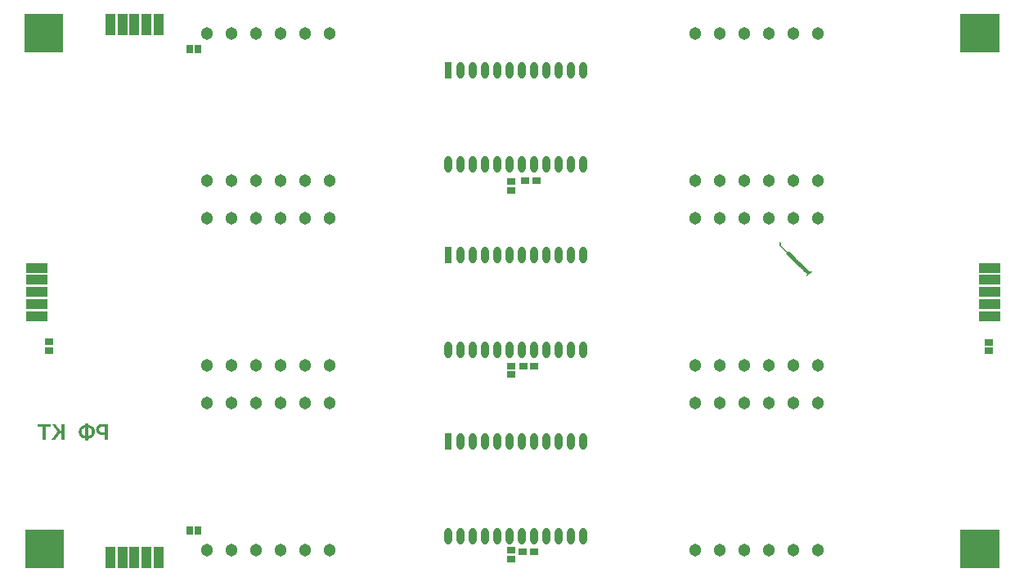
<source format=gbr>
%TF.GenerationSoftware,Altium Limited,Altium Designer,21.8.1 (53)*%
G04 Layer_Color=16711935*
%FSLAX45Y45*%
%MOMM*%
%TF.SameCoordinates,046F884E-5673-4B57-908A-D09F833A34A9*%
%TF.FilePolarity,Negative*%
%TF.FileFunction,Soldermask,Bot*%
%TF.Part,Single*%
G01*
G75*
%TA.AperFunction,SMDPad,CuDef*%
%ADD27R,0.84320X0.80320*%
%ADD28R,0.95320X0.80320*%
%ADD29O,0.80320X1.70320*%
%ADD30R,0.80320X1.70320*%
%ADD31R,0.80320X0.84320*%
%ADD32R,0.84320X0.70320*%
%TA.AperFunction,ConnectorPad*%
%ADD33R,2.20320X1.00320*%
%ADD34R,1.00320X2.20320*%
%TA.AperFunction,ComponentPad*%
%ADD35C,1.30320*%
%TA.AperFunction,ViaPad*%
%ADD36C,3.20320*%
G36*
X8510000Y11330000D02*
X8110000D01*
Y11730000D01*
X8510000D01*
Y11330000D01*
D02*
G37*
G36*
X8522677Y7476724D02*
X8525246D01*
Y7353383D01*
Y7350814D01*
Y7319979D01*
X8491842D01*
Y7322548D01*
X8494411D01*
Y7384218D01*
X8476424D01*
Y7381649D01*
X8473855D01*
Y7379079D01*
X8471285D01*
Y7376510D01*
X8468715D01*
Y7371371D01*
X8466146D01*
Y7368801D01*
X8463576D01*
Y7366231D01*
X8461006D01*
Y7361092D01*
X8455867D01*
Y7355953D01*
X8453298D01*
Y7353383D01*
X8450728D01*
Y7348244D01*
X8448159D01*
Y7345675D01*
X8445589D01*
Y7343105D01*
X8443019D01*
Y7337966D01*
X8437880D01*
Y7332827D01*
X8435311D01*
Y7330257D01*
X8432741D01*
Y7325118D01*
X8430171D01*
Y7322548D01*
X8427602D01*
Y7319979D01*
X8391628D01*
Y7322548D01*
X8394197D01*
Y7325118D01*
X8396767D01*
Y7327687D01*
X8399336D01*
Y7330257D01*
X8401906D01*
Y7335396D01*
X8404475D01*
Y7337966D01*
X8407045D01*
Y7340535D01*
X8409615D01*
Y7345675D01*
X8412184D01*
Y7348244D01*
X8414754D01*
Y7350814D01*
X8417324D01*
Y7353383D01*
X8419893D01*
Y7358522D01*
X8422463D01*
Y7361092D01*
X8425032D01*
Y7366231D01*
X8427602D01*
Y7368801D01*
X8430171D01*
Y7371371D01*
X8432741D01*
Y7376510D01*
X8435311D01*
Y7379079D01*
X8437880D01*
Y7381649D01*
X8440450D01*
Y7384218D01*
X8443019D01*
Y7389358D01*
X8445589D01*
Y7391927D01*
X8448159D01*
Y7394497D01*
X8450728D01*
Y7399636D01*
X8453298D01*
Y7404775D01*
X8450728D01*
Y7407345D01*
X8448159D01*
Y7412484D01*
X8445589D01*
Y7415054D01*
X8443019D01*
Y7417623D01*
X8440450D01*
Y7420193D01*
X8437880D01*
Y7425332D01*
X8435311D01*
Y7427902D01*
X8432741D01*
Y7433041D01*
X8430171D01*
Y7435610D01*
X8427602D01*
Y7438180D01*
X8425032D01*
Y7443319D01*
X8422463D01*
Y7445889D01*
X8419893D01*
Y7451028D01*
X8417324D01*
Y7453597D01*
X8414754D01*
Y7456167D01*
X8412184D01*
Y7461306D01*
X8409615D01*
Y7463876D01*
X8407045D01*
Y7466446D01*
X8404475D01*
Y7471585D01*
X8401906D01*
Y7474154D01*
X8399336D01*
Y7476724D01*
X8396767D01*
Y7479293D01*
X8432741D01*
Y7476724D01*
X8435311D01*
Y7471585D01*
X8437880D01*
Y7469015D01*
X8440450D01*
Y7466446D01*
X8443019D01*
Y7461306D01*
X8445589D01*
Y7458737D01*
X8448159D01*
Y7456167D01*
X8450728D01*
Y7451028D01*
X8453298D01*
Y7448458D01*
X8455867D01*
Y7443319D01*
X8458437D01*
Y7440750D01*
X8461006D01*
Y7438180D01*
X8463576D01*
Y7433041D01*
X8466146D01*
Y7430471D01*
X8468715D01*
Y7427902D01*
X8471285D01*
Y7422762D01*
X8473855D01*
Y7420193D01*
X8476424D01*
Y7417623D01*
X8478994D01*
Y7412484D01*
X8491842D01*
Y7415054D01*
X8494411D01*
Y7479293D01*
X8522677D01*
Y7476724D01*
D02*
G37*
G36*
X8383919Y7451028D02*
X8332527D01*
Y7319979D01*
X8301692D01*
Y7451028D01*
X8252869D01*
Y7453597D01*
X8250300D01*
Y7479293D01*
X8383919D01*
Y7451028D01*
D02*
G37*
G36*
X8520000Y5990000D02*
X8120000D01*
Y6390000D01*
X8520000D01*
Y5990000D01*
D02*
G37*
G36*
X8771927Y7471585D02*
X8779636D01*
Y7469015D01*
X8789914D01*
Y7466446D01*
X8797623D01*
Y7463876D01*
X8802762D01*
Y7461306D01*
X8807902D01*
Y7458737D01*
X8813041D01*
Y7456167D01*
X8815610D01*
Y7453597D01*
X8818180D01*
Y7451028D01*
X8820749D01*
Y7448458D01*
X8823319D01*
Y7445889D01*
X8825889D01*
Y7443319D01*
X8828458D01*
Y7438180D01*
X8831028D01*
Y7433041D01*
X8833598D01*
Y7425332D01*
X8836167D01*
Y7415054D01*
X8838737D01*
Y7412484D01*
Y7384218D01*
X8836167D01*
Y7376510D01*
X8833598D01*
Y7368801D01*
X8831028D01*
Y7363662D01*
X8828458D01*
Y7361092D01*
X8825889D01*
Y7355953D01*
X8823319D01*
Y7353383D01*
X8820749D01*
Y7350814D01*
X8818180D01*
Y7348244D01*
X8815610D01*
Y7345675D01*
X8813041D01*
Y7343105D01*
X8805332D01*
Y7340535D01*
X8802762D01*
Y7337966D01*
X8795054D01*
Y7335396D01*
X8787345D01*
Y7332827D01*
X8777067D01*
Y7330257D01*
X8771927D01*
Y7312270D01*
X8741092D01*
Y7330257D01*
X8738523D01*
Y7332827D01*
X8723105D01*
Y7335396D01*
X8717966D01*
Y7337966D01*
X8710257D01*
Y7340535D01*
X8707687D01*
Y7343105D01*
X8699979D01*
Y7345675D01*
X8697409D01*
Y7348244D01*
X8694840D01*
Y7350814D01*
X8692270D01*
Y7353383D01*
X8689700D01*
Y7355953D01*
X8687131D01*
Y7361092D01*
X8684561D01*
Y7363662D01*
X8681992D01*
Y7368801D01*
X8679422D01*
Y7376510D01*
X8676852D01*
Y7389358D01*
X8674283D01*
Y7412484D01*
X8676852D01*
Y7425332D01*
X8679422D01*
Y7433041D01*
X8681992D01*
Y7438180D01*
X8684561D01*
Y7443319D01*
X8687131D01*
Y7445889D01*
X8689700D01*
Y7448458D01*
X8692270D01*
Y7451028D01*
X8694840D01*
Y7453597D01*
X8697409D01*
Y7456167D01*
X8699979D01*
Y7458737D01*
X8705118D01*
Y7461306D01*
X8710257D01*
Y7463876D01*
X8715396D01*
Y7466446D01*
X8723105D01*
Y7469015D01*
X8733383D01*
Y7471585D01*
X8741092D01*
Y7492141D01*
X8771927D01*
Y7471585D01*
D02*
G37*
G36*
X8969786Y7476724D02*
X8972355D01*
Y7404775D01*
Y7402206D01*
Y7319979D01*
X8938951D01*
Y7371371D01*
X8895268D01*
Y7373940D01*
X8887559D01*
Y7376510D01*
X8879850D01*
Y7379079D01*
X8877281D01*
Y7381649D01*
X8872142D01*
Y7384218D01*
X8869572D01*
Y7386788D01*
X8867002D01*
Y7389358D01*
X8864433D01*
Y7391927D01*
X8861863D01*
Y7397066D01*
X8859293D01*
Y7402206D01*
X8856724D01*
Y7407345D01*
X8854154D01*
Y7422762D01*
X8851585D01*
Y7430471D01*
X8854154D01*
Y7443319D01*
X8856724D01*
Y7448458D01*
X8859293D01*
Y7453597D01*
X8861863D01*
Y7458737D01*
X8864433D01*
Y7461306D01*
X8867002D01*
Y7463876D01*
X8869572D01*
Y7466446D01*
X8872142D01*
Y7469015D01*
X8874711D01*
Y7471585D01*
X8879850D01*
Y7474154D01*
X8884989D01*
Y7476724D01*
X8892698D01*
Y7479293D01*
X8969786D01*
Y7476724D01*
D02*
G37*
G36*
X16043456Y9196965D02*
X16043108Y9197313D01*
X16042644Y9197545D01*
X16040326Y9199168D01*
X16039862Y9199399D01*
X16038586Y9200443D01*
X16037776Y9201022D01*
X16037080Y9201717D01*
X16036617Y9201949D01*
X16036269Y9202297D01*
X16036153Y9202645D01*
X16035690Y9202877D01*
X16035110Y9203456D01*
X16034995Y9203804D01*
X16034531Y9204036D01*
X16033951Y9204847D01*
X16033603Y9205195D01*
X16033139Y9205427D01*
X16032677Y9206122D01*
X16032211Y9206354D01*
X16023402Y9215163D01*
X16022939Y9215395D01*
X16022707Y9215859D01*
X16022244Y9216091D01*
X16019926Y9218409D01*
X16019463Y9218641D01*
X16017143Y9220959D01*
X16016679Y9221191D01*
X16016100Y9221770D01*
X16015984Y9222118D01*
X16015521Y9222350D01*
X16013666Y9224205D01*
X16013203Y9224436D01*
X16012740Y9225132D01*
X16012276Y9225364D01*
X16010422Y9227218D01*
X16009956Y9227450D01*
X16009377Y9228261D01*
X16008566Y9228841D01*
X16006480Y9230927D01*
X16006133Y9231043D01*
X16006017Y9231391D01*
X16005553Y9231623D01*
X16005205Y9231971D01*
X16004973Y9232434D01*
X16003931Y9233477D01*
X16003465Y9233709D01*
X16000916Y9236259D01*
X16000452Y9236491D01*
X15999525Y9237418D01*
X15999062Y9237650D01*
X15998714Y9237998D01*
X15998482Y9238462D01*
X15996510Y9240432D01*
X15996048Y9240664D01*
X15995004Y9241707D01*
X15994888Y9242055D01*
X15994424Y9242287D01*
X15993845Y9242866D01*
X15993613Y9243330D01*
X15992802Y9244141D01*
X15992339Y9244373D01*
X15991295Y9245416D01*
X15991527Y9246575D01*
X15992107Y9247155D01*
X15993266Y9247850D01*
X15997208Y9250632D01*
X15997670Y9250864D01*
X15998134Y9251328D01*
X15998598Y9251560D01*
X16001495Y9253530D01*
X16001959Y9254457D01*
X16001263Y9255616D01*
X16000916Y9255964D01*
X16000452Y9256196D01*
X15994888Y9261760D01*
X15994540Y9261876D01*
X15994308Y9262339D01*
X15991875Y9264774D01*
X15991411Y9265005D01*
X15990833Y9265585D01*
X15990601Y9266049D01*
X15989093Y9267556D01*
X15988629Y9267787D01*
X15988399Y9268251D01*
X15987933Y9268483D01*
X15985036Y9271380D01*
X15984920Y9271728D01*
X15984456Y9271960D01*
X15980284Y9276133D01*
X15979936Y9276249D01*
X15979704Y9276712D01*
X15976575Y9279842D01*
X15976111Y9280074D01*
X15975069Y9281117D01*
X15974837Y9281581D01*
X15974023Y9282160D01*
X15967186Y9288999D01*
X15967070Y9289347D01*
X15966606Y9289579D01*
X15965215Y9290970D01*
X15964751Y9291201D01*
X15964172Y9291781D01*
X15963940Y9292245D01*
X15963013Y9293172D01*
X15962781Y9293636D01*
X15959537Y9296881D01*
X15959419Y9297229D01*
X15958955Y9297461D01*
X15958376Y9298040D01*
X15958145Y9298504D01*
X15954552Y9302097D01*
X15954204Y9302213D01*
X15953972Y9302677D01*
X15953624Y9303025D01*
X15953160Y9303256D01*
X15950958Y9305459D01*
X15950726Y9305922D01*
X15950146Y9306502D01*
X15949683Y9306734D01*
X15946437Y9309979D01*
X15945975Y9310211D01*
X15944351Y9311834D01*
X15943887Y9312066D01*
X15942496Y9313457D01*
X15942033Y9313688D01*
X15941685Y9314036D01*
X15941454Y9314500D01*
X15940410Y9315543D01*
X15939946Y9315775D01*
X15939368Y9316354D01*
X15939136Y9316818D01*
X15938322Y9317629D01*
X15937860Y9317861D01*
X15936932Y9318789D01*
X15936584Y9318904D01*
X15936353Y9319368D01*
X15934846Y9320875D01*
X15934383Y9321107D01*
X15933803Y9321686D01*
X15933687Y9322034D01*
X15933223Y9322266D01*
X15929977Y9325511D01*
X15929514Y9325743D01*
X15928935Y9326323D01*
X15928703Y9326787D01*
X15928008Y9327482D01*
X15927544Y9328641D01*
X15927312Y9331423D01*
X15927080Y9332118D01*
X15926617Y9334900D01*
X15926270Y9340348D01*
X15926038Y9344289D01*
X15925574Y9346607D01*
X15925342Y9348462D01*
X15924878Y9355185D01*
X15924646Y9358894D01*
X15924414Y9359821D01*
X15924182Y9361212D01*
X15924066Y9362024D01*
X15924298Y9362719D01*
X15924066Y9365733D01*
X15923836Y9366660D01*
X15923602Y9370369D01*
X15923370Y9371065D01*
X15923138Y9374310D01*
X15922906Y9375006D01*
X15923138Y9378715D01*
X15923718Y9378831D01*
X15926385Y9376165D01*
X15926617Y9375701D01*
X15927428Y9375122D01*
X15931369Y9371181D01*
X15931831Y9370949D01*
X15932179Y9370601D01*
X15932413Y9370137D01*
X15932761Y9369790D01*
X15933223Y9369558D01*
X15934267Y9368515D01*
X15934499Y9368051D01*
X15934846Y9367703D01*
X15935310Y9367471D01*
X15936121Y9366660D01*
X15936353Y9366196D01*
X15936932Y9365617D01*
X15937396Y9365385D01*
X15938208Y9364574D01*
X15938670Y9363415D01*
X15938902Y9359242D01*
X15939368Y9358083D01*
X15939600Y9355069D01*
X15940062Y9350432D01*
X15940294Y9349737D01*
X15940526Y9345564D01*
X15940758Y9344869D01*
X15940990Y9340464D01*
X15941685Y9337682D01*
X15941917Y9333046D01*
X15943076Y9330959D01*
X15943771Y9330264D01*
X15944003Y9329800D01*
X15944467Y9329336D01*
X15944699Y9328873D01*
X15946207Y9327366D01*
X15946669Y9327134D01*
X15948756Y9325511D01*
X15951884Y9322382D01*
X15952116Y9321918D01*
X15952464Y9321338D01*
X15952928Y9321107D01*
X15954204Y9320064D01*
X15954552Y9319716D01*
X15955016Y9319484D01*
X15955942Y9318557D01*
X15956406Y9318325D01*
X15957101Y9317629D01*
X15957565Y9317398D01*
X15957913Y9317050D01*
X15958145Y9316586D01*
X15958723Y9316007D01*
X15959187Y9315775D01*
X15959767Y9314963D01*
X15961041Y9313688D01*
X15961391Y9313572D01*
X15961623Y9313109D01*
X15962549Y9312182D01*
X15962781Y9311718D01*
X15963708Y9310095D01*
X15965099Y9309168D01*
X15965678Y9308588D01*
X15966142Y9308357D01*
X15967648Y9306850D01*
X15967880Y9306386D01*
X15968692Y9305806D01*
X15969736Y9304763D01*
X15969968Y9304299D01*
X15970779Y9303720D01*
X15971822Y9302677D01*
X15972054Y9302213D01*
X15972865Y9301634D01*
X15974719Y9299779D01*
X15975069Y9299663D01*
X15975301Y9299199D01*
X15982602Y9291897D01*
X15983066Y9291665D01*
X15991643Y9283088D01*
X15992107Y9282856D01*
X15992686Y9282044D01*
X15993498Y9281465D01*
X15994308Y9280654D01*
X15994540Y9280190D01*
X15995120Y9279610D01*
X15995584Y9279378D01*
X16000105Y9274858D01*
X16000220Y9274510D01*
X16000684Y9274278D01*
X16004163Y9270801D01*
X16004625Y9270569D01*
X16006364Y9268831D01*
X16006596Y9268367D01*
X16007407Y9267556D01*
X16007870Y9267324D01*
X16009840Y9265353D01*
X16010072Y9264890D01*
X16010884Y9264310D01*
X16011232Y9263962D01*
X16011464Y9263499D01*
X16012856Y9262571D01*
X16013203Y9262224D01*
X16014362Y9262455D01*
X16015984Y9263614D01*
X16016447Y9263846D01*
X16018765Y9265469D01*
X16019231Y9265701D01*
X16019695Y9266165D01*
X16020853Y9266860D01*
X16025722Y9270337D01*
X16026186Y9270569D01*
X16026880Y9270801D01*
X16028040Y9270569D01*
X16034415Y9264194D01*
X16034647Y9263730D01*
X16035458Y9262919D01*
X16035921Y9262687D01*
X16036153Y9262224D01*
X16036617Y9261992D01*
X16037196Y9261412D01*
X16037428Y9260948D01*
X16039166Y9259210D01*
X16039516Y9259094D01*
X16039746Y9258630D01*
X16042644Y9255733D01*
X16043108Y9255501D01*
X16044383Y9254226D01*
X16044615Y9253762D01*
X16045773Y9252603D01*
X16045889Y9252255D01*
X16046353Y9252023D01*
X16046817Y9251560D01*
X16047281Y9251328D01*
X16047861Y9250516D01*
X16050874Y9247503D01*
X16051106Y9247039D01*
X16052032Y9245648D01*
X16052728Y9244489D01*
X16053540Y9243909D01*
X16054700Y9242750D01*
X16055164Y9242518D01*
X16058408Y9239273D01*
X16058871Y9239041D01*
X16059683Y9238230D01*
X16059915Y9237766D01*
X16060727Y9237187D01*
X16061887Y9236028D01*
X16062233Y9235911D01*
X16062465Y9235448D01*
X16063277Y9234637D01*
X16063741Y9234405D01*
X16068028Y9230116D01*
X16068262Y9229652D01*
X16068608Y9229305D01*
X16069072Y9229073D01*
X16069536Y9228609D01*
X16070000Y9228377D01*
X16070464Y9227682D01*
X16070927Y9227450D01*
X16072202Y9226175D01*
X16072433Y9225711D01*
X16072781Y9225364D01*
X16073245Y9225132D01*
X16074635Y9223741D01*
X16074985Y9223625D01*
X16075217Y9223161D01*
X16075911Y9222466D01*
X16076027Y9222118D01*
X16076491Y9221886D01*
X16079620Y9218757D01*
X16079852Y9218293D01*
X16080894Y9217250D01*
X16081358Y9217018D01*
X16083096Y9215279D01*
X16083328Y9214816D01*
X16083678Y9214468D01*
X16084142Y9214236D01*
X16087502Y9210875D01*
X16087733Y9210411D01*
X16088545Y9209600D01*
X16089009Y9209368D01*
X16090285Y9208093D01*
X16090517Y9207629D01*
X16091211Y9206934D01*
X16091327Y9206586D01*
X16091791Y9206354D01*
X16093182Y9204963D01*
X16093645Y9204731D01*
X16094225Y9203920D01*
X16094572Y9203572D01*
X16095036Y9203340D01*
X16095616Y9202529D01*
X16107323Y9190822D01*
X16107787Y9190590D01*
X16116595Y9181781D01*
X16117059Y9181549D01*
X16117407Y9181201D01*
X16117639Y9180738D01*
X16121696Y9176681D01*
X16122044Y9176565D01*
X16122276Y9176101D01*
X16124014Y9174362D01*
X16124478Y9174130D01*
X16130621Y9167987D01*
X16130737Y9167640D01*
X16131201Y9167408D01*
X16132591Y9166017D01*
X16132941Y9165901D01*
X16133171Y9165437D01*
X16136069Y9162539D01*
X16136417Y9162423D01*
X16136649Y9161960D01*
X16140474Y9158135D01*
X16140820Y9158019D01*
X16141052Y9157555D01*
X16143719Y9154889D01*
X16144067Y9154773D01*
X16144299Y9154310D01*
X16144647Y9153962D01*
X16145110Y9153730D01*
X16145457Y9153382D01*
X16145689Y9152919D01*
X16146501Y9152107D01*
X16146965Y9151876D01*
X16147313Y9151528D01*
X16147545Y9151064D01*
X16147893Y9150716D01*
X16148357Y9150485D01*
X16148705Y9150137D01*
X16148935Y9149673D01*
X16151370Y9147239D01*
X16151833Y9147007D01*
X16152412Y9146196D01*
X16153340Y9145268D01*
X16153572Y9144805D01*
X16154382Y9144225D01*
X16156354Y9142255D01*
X16156586Y9141791D01*
X16157050Y9141327D01*
X16157281Y9140864D01*
X16158556Y9139589D01*
X16159019Y9139357D01*
X16162845Y9135532D01*
X16163077Y9135068D01*
X16163541Y9134605D01*
X16163773Y9134141D01*
X16165395Y9132518D01*
X16165627Y9132055D01*
X16166206Y9131475D01*
X16166670Y9131243D01*
X16167249Y9130664D01*
X16167480Y9130200D01*
X16168524Y9128925D01*
X16173393Y9124057D01*
X16173856Y9123825D01*
X16175595Y9122086D01*
X16175711Y9121738D01*
X16176059Y9121623D01*
X16176289Y9121159D01*
X16177103Y9120348D01*
X16177567Y9120116D01*
X16179768Y9117913D01*
X16180000Y9117450D01*
X16180811Y9116638D01*
X16181274Y9116406D01*
X16186839Y9110843D01*
X16187302Y9110611D01*
X16187881Y9110031D01*
X16188113Y9109568D01*
X16189157Y9108524D01*
X16189619Y9108293D01*
X16189967Y9107945D01*
X16190199Y9107481D01*
X16191011Y9106902D01*
X16191475Y9106206D01*
X16191939Y9105974D01*
X16194952Y9102961D01*
X16195416Y9102729D01*
X16199126Y9099020D01*
X16199590Y9098788D01*
X16201443Y9096933D01*
X16201791Y9096817D01*
X16202023Y9096354D01*
X16207123Y9091254D01*
X16207355Y9090790D01*
X16209557Y9088588D01*
X16209904Y9088472D01*
X16210136Y9088008D01*
X16216743Y9081401D01*
X16217207Y9081169D01*
X16217787Y9080358D01*
X16219411Y9078735D01*
X16219643Y9078271D01*
X16220221Y9077692D01*
X16220685Y9077460D01*
X16224394Y9073751D01*
X16224858Y9073519D01*
X16225436Y9072939D01*
X16225668Y9072476D01*
X16226248Y9071896D01*
X16226596Y9071780D01*
X16226828Y9071317D01*
X16232971Y9065173D01*
X16233435Y9064941D01*
X16233899Y9064246D01*
X16234363Y9064014D01*
X16234711Y9063667D01*
X16234943Y9063203D01*
X16235291Y9062855D01*
X16235753Y9062623D01*
X16242244Y9056132D01*
X16243056Y9056016D01*
X16244563Y9056828D01*
X16245837Y9057407D01*
X16245953Y9057755D01*
X16249895Y9059841D01*
X16252213Y9061464D01*
X16253372Y9062160D01*
X16253836Y9062623D01*
X16255458Y9063551D01*
X16256154Y9064246D01*
X16256618Y9064478D01*
X16257082Y9064941D01*
X16257545Y9065173D01*
X16258936Y9066101D01*
X16259399Y9066333D01*
X16261021Y9067492D01*
X16261949Y9067724D01*
X16264963Y9064710D01*
X16265775Y9064362D01*
X16266006Y9063898D01*
X16266702Y9063203D01*
X16266470Y9061812D01*
X16265775Y9061348D01*
X16265543Y9060885D01*
X16265195Y9060537D01*
X16263573Y9060305D01*
X16262993Y9059494D01*
X16262529Y9059262D01*
X16262297Y9058798D01*
X16261719Y9058219D01*
X16261369Y9058103D01*
X16261137Y9057639D01*
X16260559Y9057060D01*
X16260211Y9056944D01*
X16259979Y9056480D01*
X16259399Y9055900D01*
X16259052Y9055785D01*
X16258820Y9055321D01*
X16258472Y9054973D01*
X16258124Y9054857D01*
X16257893Y9054394D01*
X16257314Y9053814D01*
X16255806Y9053698D01*
X16255574Y9053235D01*
X16250011Y9047671D01*
X16249895Y9047323D01*
X16248967Y9047091D01*
X16248505Y9047323D01*
X16247691Y9046511D01*
X16247575Y9046164D01*
X16247113Y9045932D01*
X16243288Y9042107D01*
X16243172Y9041759D01*
X16242476Y9041528D01*
X16241782Y9041759D01*
X16241200Y9041180D01*
X16240968Y9040716D01*
X16239578Y9039557D01*
X16238882Y9038862D01*
X16238651Y9038398D01*
X16237724Y9037702D01*
X16237492Y9037239D01*
X16236565Y9036543D01*
X16236449Y9036196D01*
X16235985Y9035964D01*
X16235637Y9035616D01*
X16235406Y9035152D01*
X16234595Y9034573D01*
X16234131Y9033877D01*
X16233667Y9033645D01*
X16233319Y9033298D01*
X16233087Y9032834D01*
X16231349Y9032486D01*
X16230769Y9031675D01*
X16230074Y9031211D01*
X16229842Y9030747D01*
X16229494Y9030400D01*
X16229031Y9030168D01*
X16228568Y9029473D01*
X16228104Y9029241D01*
X16227756Y9028893D01*
X16227524Y9028429D01*
X16226828Y9027966D01*
X16226596Y9027502D01*
X16226248Y9027154D01*
X16225784Y9026923D01*
X16225089Y9025995D01*
X16223466Y9025764D01*
X16222771Y9024836D01*
X16222423Y9024720D01*
X16222192Y9024257D01*
X16221613Y9023677D01*
X16221265Y9023561D01*
X16221033Y9023098D01*
X16220453Y9022518D01*
X16220105Y9022402D01*
X16219873Y9021938D01*
X16219527Y9021591D01*
X16219061Y9021359D01*
X16218481Y9020547D01*
X16218019Y9020315D01*
X16217787Y9019852D01*
X16217207Y9019272D01*
X16216280Y9019504D01*
X16215816Y9019272D01*
X16215237Y9018461D01*
X16210484Y9013709D01*
X16210136Y9013593D01*
X16209904Y9013129D01*
X16209325Y9012549D01*
X16207703Y9012781D01*
X16206313Y9013013D01*
X16205617Y9013709D01*
X16205153Y9013940D01*
X16203877Y9014983D01*
X16202255Y9016606D01*
X16202023Y9017070D01*
X16200169Y9018925D01*
X16199937Y9019388D01*
X16199126Y9019968D01*
X16198546Y9020547D01*
X16198776Y9022170D01*
X16199126Y9022518D01*
X16200284Y9023213D01*
X16202487Y9024720D01*
X16202834Y9025068D01*
X16203297Y9025300D01*
X16203993Y9025995D01*
X16204457Y9026227D01*
X16206081Y9027386D01*
X16206544Y9027618D01*
X16207239Y9028313D01*
X16207703Y9028545D01*
X16211064Y9030979D01*
X16211296Y9031443D01*
X16212106Y9032254D01*
X16212572Y9032486D01*
X16213150Y9033066D01*
X16212920Y9034457D01*
X16211296Y9036079D01*
X16210600Y9037239D01*
X16209904Y9037934D01*
X16209673Y9038398D01*
X16208862Y9039209D01*
X16208398Y9039441D01*
X16206429Y9041411D01*
X16206197Y9041875D01*
X16205153Y9042918D01*
X16204689Y9043150D01*
X16203297Y9044541D01*
X16202834Y9044773D01*
X16201559Y9045816D01*
X16200748Y9046628D01*
X16198662Y9047787D01*
X16197272Y9049177D01*
X16196922Y9049294D01*
X16196690Y9049757D01*
X16195880Y9050569D01*
X16195416Y9050800D01*
X16194836Y9051612D01*
X16194373Y9051843D01*
X16194141Y9052307D01*
X16193793Y9052655D01*
X16193330Y9052887D01*
X16192982Y9053235D01*
X16192867Y9053582D01*
X16192403Y9053814D01*
X16190315Y9055900D01*
X16189851Y9056132D01*
X16184288Y9061696D01*
X16183826Y9061928D01*
X16180811Y9064941D01*
X16180347Y9065173D01*
X16180000Y9065521D01*
X16179768Y9065985D01*
X16179420Y9066333D01*
X16178957Y9066564D01*
X16170380Y9075142D01*
X16169914Y9075374D01*
X16168872Y9076417D01*
X16168640Y9076880D01*
X16168294Y9077228D01*
X16167944Y9077344D01*
X16167712Y9077808D01*
X16167134Y9078387D01*
X16166670Y9078619D01*
X16164468Y9080822D01*
X16164236Y9081285D01*
X16163889Y9081633D01*
X16163425Y9081865D01*
X16162265Y9083024D01*
X16161803Y9083256D01*
X16161221Y9084067D01*
X16160643Y9084647D01*
X16160179Y9084878D01*
X16156006Y9089051D01*
X16155542Y9089283D01*
X16152065Y9092760D01*
X16151601Y9092992D01*
X16148357Y9096238D01*
X16147893Y9096470D01*
X16145226Y9099135D01*
X16144994Y9099599D01*
X16144647Y9099947D01*
X16144183Y9100179D01*
X16142676Y9101686D01*
X16142444Y9102149D01*
X16140242Y9104352D01*
X16139778Y9104584D01*
X16139432Y9104931D01*
X16139198Y9105395D01*
X16138387Y9106206D01*
X16137924Y9106438D01*
X16136765Y9107829D01*
X16135606Y9108988D01*
X16135143Y9109220D01*
X16131664Y9112697D01*
X16131201Y9112929D01*
X16129926Y9113972D01*
X16129346Y9114552D01*
X16128188Y9114784D01*
X16126564Y9115943D01*
X16122971Y9119536D01*
X16122739Y9120000D01*
X16121696Y9121043D01*
X16121233Y9121275D01*
X16120305Y9122202D01*
X16119957Y9122318D01*
X16119843Y9122666D01*
X16119379Y9122897D01*
X16117639Y9124636D01*
X16117407Y9125100D01*
X16115785Y9127186D01*
X16115437Y9127534D01*
X16114973Y9127766D01*
X16114278Y9128461D01*
X16113814Y9128693D01*
X16112888Y9129620D01*
X16112424Y9129852D01*
X16112074Y9130200D01*
X16111844Y9130664D01*
X16111032Y9131243D01*
X16110336Y9131939D01*
X16109988Y9132055D01*
X16109756Y9132518D01*
X16108250Y9134025D01*
X16107787Y9134257D01*
X16107323Y9134952D01*
X16106859Y9135184D01*
X16106512Y9135532D01*
X16106281Y9135995D01*
X16105005Y9137271D01*
X16104541Y9137502D01*
X16103963Y9138314D01*
X16103149Y9138893D01*
X16099210Y9142834D01*
X16098862Y9142950D01*
X16098630Y9143414D01*
X16098050Y9143993D01*
X16097588Y9144225D01*
X16097008Y9145037D01*
X16094804Y9147239D01*
X16094341Y9147471D01*
X16093761Y9148282D01*
X16093414Y9148630D01*
X16092950Y9148862D01*
X16090749Y9151064D01*
X16090517Y9151528D01*
X16089125Y9152687D01*
X16086459Y9155353D01*
X16085995Y9155585D01*
X16082054Y9159526D01*
X16081590Y9159757D01*
X16079736Y9161612D01*
X16079272Y9161844D01*
X16078925Y9162192D01*
X16078693Y9162655D01*
X16078345Y9163003D01*
X16077881Y9163235D01*
X16075099Y9166017D01*
X16074635Y9166249D01*
X16072781Y9168103D01*
X16072318Y9168335D01*
X16071738Y9169146D01*
X16070348Y9170537D01*
X16070116Y9171001D01*
X16065594Y9175521D01*
X16065131Y9175753D01*
X16064552Y9176333D01*
X16064320Y9176796D01*
X16063741Y9177376D01*
X16063277Y9177608D01*
X16062465Y9178419D01*
X16062233Y9178883D01*
X16061887Y9179231D01*
X16061423Y9179462D01*
X16060379Y9180506D01*
X16060147Y9180969D01*
X16059799Y9181317D01*
X16059335Y9181549D01*
X16050526Y9190358D01*
X16050063Y9190590D01*
X16048788Y9191865D01*
X16048557Y9192329D01*
X16048209Y9192677D01*
X16047745Y9192908D01*
X16046933Y9193720D01*
X16046701Y9194183D01*
X16045889Y9194763D01*
X16044267Y9196386D01*
X16043803Y9196617D01*
X16043571Y9196849D01*
X16043456Y9196965D01*
D02*
G37*
G36*
X18200000Y5990000D02*
X17800000D01*
Y6390000D01*
X18200000D01*
Y5990000D01*
D02*
G37*
G36*
Y11330000D02*
X17800000D01*
Y11730000D01*
X18200000D01*
Y11330000D01*
D02*
G37*
%LPC*%
G36*
X8741092Y7443319D02*
X8733383D01*
Y7440750D01*
X8728244D01*
Y7438180D01*
X8720536D01*
Y7435610D01*
X8717966D01*
Y7433041D01*
X8715396D01*
Y7430471D01*
X8712827D01*
Y7427902D01*
X8710257D01*
Y7425332D01*
X8707687D01*
Y7415054D01*
X8705118D01*
Y7386788D01*
X8707687D01*
Y7379079D01*
X8710257D01*
Y7376510D01*
X8712827D01*
Y7371371D01*
X8715396D01*
Y7368801D01*
X8717966D01*
Y7366231D01*
X8723105D01*
Y7363662D01*
X8728244D01*
Y7361092D01*
X8741092D01*
Y7366231D01*
Y7368801D01*
Y7443319D01*
D02*
G37*
G36*
X8779636D02*
X8771927D01*
Y7435610D01*
Y7433041D01*
Y7361092D01*
X8784775D01*
Y7363662D01*
X8787345D01*
Y7366231D01*
X8795054D01*
Y7368801D01*
X8797623D01*
Y7371371D01*
X8800193D01*
Y7373940D01*
X8802762D01*
Y7379079D01*
X8805332D01*
Y7384218D01*
X8807902D01*
Y7417623D01*
X8805332D01*
Y7422762D01*
X8802762D01*
Y7427902D01*
X8800193D01*
Y7430471D01*
X8797623D01*
Y7433041D01*
X8795054D01*
Y7435610D01*
X8792484D01*
Y7438180D01*
X8784775D01*
Y7440750D01*
X8779636D01*
Y7443319D01*
D02*
G37*
G36*
X8938951Y7451028D02*
X8895268D01*
Y7448458D01*
X8892698D01*
Y7445889D01*
X8890129D01*
Y7443319D01*
X8887559D01*
Y7438180D01*
X8884989D01*
Y7412484D01*
X8887559D01*
Y7407345D01*
X8890129D01*
Y7404775D01*
X8892698D01*
Y7402206D01*
X8897837D01*
Y7399636D01*
X8938951D01*
Y7451028D01*
D02*
G37*
%LPD*%
D27*
X13150000Y6086000D02*
D03*
Y6174000D02*
D03*
X18093240Y8329998D02*
D03*
Y8241998D02*
D03*
X13150000Y9994000D02*
D03*
Y9906000D02*
D03*
X13148000Y8084000D02*
D03*
Y7996000D02*
D03*
D28*
X13292500Y10000000D02*
D03*
X13407500D02*
D03*
X13385001Y6162500D02*
D03*
X13270000D02*
D03*
X13272501Y8082500D02*
D03*
X13387500D02*
D03*
D29*
X13897000Y8250000D02*
D03*
X13770000D02*
D03*
X13642999D02*
D03*
X13516000D02*
D03*
X13389000D02*
D03*
X13262000D02*
D03*
X13135001D02*
D03*
X13008000D02*
D03*
X12881000D02*
D03*
X12754000D02*
D03*
X12627000D02*
D03*
X12500000D02*
D03*
X13897000Y9230000D02*
D03*
X13770000D02*
D03*
X13642999D02*
D03*
X13516000D02*
D03*
X13389000D02*
D03*
X13262000D02*
D03*
X13135001D02*
D03*
X13008000D02*
D03*
X12881000D02*
D03*
X12754000D02*
D03*
X12627000D02*
D03*
X13897000Y10170000D02*
D03*
X13770000D02*
D03*
X13642999D02*
D03*
X13516000D02*
D03*
X13389000D02*
D03*
X13262000D02*
D03*
X13135001D02*
D03*
X13008000D02*
D03*
X12881000D02*
D03*
X12754000D02*
D03*
X12627000D02*
D03*
X12500000D02*
D03*
X13897000Y11150000D02*
D03*
X13770000D02*
D03*
X13642999D02*
D03*
X13516000D02*
D03*
X13389000D02*
D03*
X13262000D02*
D03*
X13135001D02*
D03*
X13008000D02*
D03*
X12881000D02*
D03*
X12754000D02*
D03*
X12627000D02*
D03*
Y7300000D02*
D03*
X12754000D02*
D03*
X12881000D02*
D03*
X13008000D02*
D03*
X13135001D02*
D03*
X13262000D02*
D03*
X13389000D02*
D03*
X13516000D02*
D03*
X13642999D02*
D03*
X13770000D02*
D03*
X13897000D02*
D03*
X12500000Y6320000D02*
D03*
X12627000D02*
D03*
X12754000D02*
D03*
X12881000D02*
D03*
X13008000D02*
D03*
X13135001D02*
D03*
X13262000D02*
D03*
X13389000D02*
D03*
X13516000D02*
D03*
X13642999D02*
D03*
X13770000D02*
D03*
X13897000D02*
D03*
D30*
X12500000Y9230000D02*
D03*
Y11150000D02*
D03*
Y7300000D02*
D03*
D31*
X9818824Y6377999D02*
D03*
X9906824D02*
D03*
X9820159Y11364222D02*
D03*
X9908159D02*
D03*
D32*
X8367500Y8331500D02*
D03*
Y8243500D02*
D03*
D33*
X18100000Y9100000D02*
D03*
Y8975000D02*
D03*
Y8850000D02*
D03*
Y8725000D02*
D03*
Y8600000D02*
D03*
X8240000Y8850000D02*
D03*
Y9100000D02*
D03*
Y8975000D02*
D03*
Y8725000D02*
D03*
Y8600000D02*
D03*
D34*
X9000000Y6100000D02*
D03*
X9125000D02*
D03*
X9250000D02*
D03*
X9375000D02*
D03*
X9500000D02*
D03*
X9000000Y11620000D02*
D03*
X9125000D02*
D03*
X9250000D02*
D03*
X9375000D02*
D03*
X9500000D02*
D03*
D35*
X11270000Y11524000D02*
D03*
X11016000D02*
D03*
X10762000D02*
D03*
X10508000D02*
D03*
X10254000D02*
D03*
X10000000D02*
D03*
X11270000Y10000000D02*
D03*
X11016000D02*
D03*
X10762000D02*
D03*
X10508000D02*
D03*
X10254000D02*
D03*
X10000000D02*
D03*
X15050000D02*
D03*
X15303999D02*
D03*
X15558000D02*
D03*
X15812000D02*
D03*
X16066000D02*
D03*
X16320000D02*
D03*
X15050000Y11524000D02*
D03*
X15303999D02*
D03*
X15558000D02*
D03*
X15812000D02*
D03*
X16066000D02*
D03*
X16320000D02*
D03*
X11270000Y9614000D02*
D03*
X11016000D02*
D03*
X10762000D02*
D03*
X10508000D02*
D03*
X10254000D02*
D03*
X10000000D02*
D03*
X11270000Y8090000D02*
D03*
X11016000D02*
D03*
X10762000D02*
D03*
X10508000D02*
D03*
X10254000D02*
D03*
X10000000D02*
D03*
X15050000D02*
D03*
X15303999D02*
D03*
X15558000D02*
D03*
X15812000D02*
D03*
X16066000D02*
D03*
X16320000D02*
D03*
X15050000Y9614000D02*
D03*
X15303999D02*
D03*
X15558000D02*
D03*
X15812000D02*
D03*
X16066000D02*
D03*
X16320000D02*
D03*
Y7704000D02*
D03*
X16066000D02*
D03*
X15812000D02*
D03*
X15558000D02*
D03*
X15303999D02*
D03*
X15050000D02*
D03*
X16320000Y6180000D02*
D03*
X16066000D02*
D03*
X15812000D02*
D03*
X15558000D02*
D03*
X15303999D02*
D03*
X15050000D02*
D03*
X10000000D02*
D03*
X10254000D02*
D03*
X10508000D02*
D03*
X10762000D02*
D03*
X11016000D02*
D03*
X11270000D02*
D03*
X10000000Y7704000D02*
D03*
X10254000D02*
D03*
X10508000D02*
D03*
X10762000D02*
D03*
X11016000D02*
D03*
X11270000D02*
D03*
D36*
X8325000Y6200000D02*
D03*
X18000000D02*
D03*
Y11525000D02*
D03*
X8325000D02*
D03*
%TF.MD5,67ba032ef04011994f838717becf897c*%
M02*

</source>
